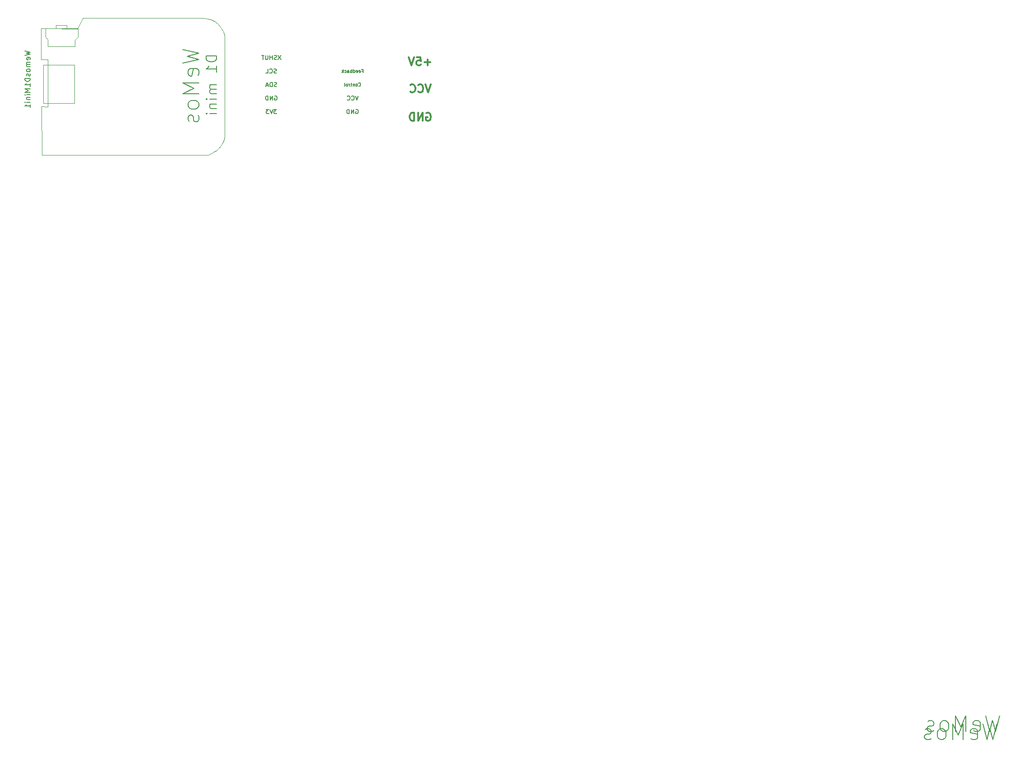
<source format=gbr>
%TF.GenerationSoftware,KiCad,Pcbnew,(5.0.2)-1*%
%TF.CreationDate,2021-02-04T11:14:55+01:00*%
%TF.ProjectId,radar_d1_mini_pcb,72616461-725f-4643-915f-6d696e695f70,rev?*%
%TF.SameCoordinates,Original*%
%TF.FileFunction,Legend,Bot*%
%TF.FilePolarity,Positive*%
%FSLAX46Y46*%
G04 Gerber Fmt 4.6, Leading zero omitted, Abs format (unit mm)*
G04 Created by KiCad (PCBNEW (5.0.2)-1) date 04/02/2021 11:14:55*
%MOMM*%
%LPD*%
G01*
G04 APERTURE LIST*
%ADD10C,0.150000*%
%ADD11C,0.200000*%
%ADD12C,0.300000*%
%ADD13C,0.100000*%
G04 APERTURE END LIST*
D10*
X130444761Y-122333428D02*
X128444761Y-122333428D01*
X128444761Y-122809619D01*
X128540000Y-123095333D01*
X128730476Y-123285809D01*
X128920952Y-123381047D01*
X129301904Y-123476285D01*
X129587619Y-123476285D01*
X129968571Y-123381047D01*
X130159047Y-123285809D01*
X130349523Y-123095333D01*
X130444761Y-122809619D01*
X130444761Y-122333428D01*
X130444761Y-125381047D02*
X130444761Y-124238190D01*
X130444761Y-124809619D02*
X128444761Y-124809619D01*
X128730476Y-124619142D01*
X128920952Y-124428666D01*
X129016190Y-124238190D01*
X130444761Y-127762000D02*
X129111428Y-127762000D01*
X129301904Y-127762000D02*
X129206666Y-127857238D01*
X129111428Y-128047714D01*
X129111428Y-128333428D01*
X129206666Y-128523904D01*
X129397142Y-128619142D01*
X130444761Y-128619142D01*
X129397142Y-128619142D02*
X129206666Y-128714380D01*
X129111428Y-128904857D01*
X129111428Y-129190571D01*
X129206666Y-129381047D01*
X129397142Y-129476285D01*
X130444761Y-129476285D01*
X130444761Y-130428666D02*
X129111428Y-130428666D01*
X128444761Y-130428666D02*
X128540000Y-130333428D01*
X128635238Y-130428666D01*
X128540000Y-130523904D01*
X128444761Y-130428666D01*
X128635238Y-130428666D01*
X129111428Y-131381047D02*
X130444761Y-131381047D01*
X129301904Y-131381047D02*
X129206666Y-131476285D01*
X129111428Y-131666761D01*
X129111428Y-131952476D01*
X129206666Y-132142952D01*
X129397142Y-132238190D01*
X130444761Y-132238190D01*
X130444761Y-133190571D02*
X129111428Y-133190571D01*
X128444761Y-133190571D02*
X128540000Y-133095333D01*
X128635238Y-133190571D01*
X128540000Y-133285809D01*
X128444761Y-133190571D01*
X128635238Y-133190571D01*
D11*
X142506476Y-122243904D02*
X141973142Y-123043904D01*
X141973142Y-122243904D02*
X142506476Y-123043904D01*
X141706476Y-123005809D02*
X141592190Y-123043904D01*
X141401714Y-123043904D01*
X141325523Y-123005809D01*
X141287428Y-122967714D01*
X141249333Y-122891523D01*
X141249333Y-122815333D01*
X141287428Y-122739142D01*
X141325523Y-122701047D01*
X141401714Y-122662952D01*
X141554095Y-122624857D01*
X141630285Y-122586761D01*
X141668380Y-122548666D01*
X141706476Y-122472476D01*
X141706476Y-122396285D01*
X141668380Y-122320095D01*
X141630285Y-122282000D01*
X141554095Y-122243904D01*
X141363619Y-122243904D01*
X141249333Y-122282000D01*
X140906476Y-123043904D02*
X140906476Y-122243904D01*
X140906476Y-122624857D02*
X140449333Y-122624857D01*
X140449333Y-123043904D02*
X140449333Y-122243904D01*
X140068380Y-122243904D02*
X140068380Y-122891523D01*
X140030285Y-122967714D01*
X139992190Y-123005809D01*
X139916000Y-123043904D01*
X139763619Y-123043904D01*
X139687428Y-123005809D01*
X139649333Y-122967714D01*
X139611238Y-122891523D01*
X139611238Y-122243904D01*
X139344571Y-122243904D02*
X138887428Y-122243904D01*
X139116000Y-123043904D02*
X139116000Y-122243904D01*
X141668380Y-125545809D02*
X141554095Y-125583904D01*
X141363619Y-125583904D01*
X141287428Y-125545809D01*
X141249333Y-125507714D01*
X141211238Y-125431523D01*
X141211238Y-125355333D01*
X141249333Y-125279142D01*
X141287428Y-125241047D01*
X141363619Y-125202952D01*
X141516000Y-125164857D01*
X141592190Y-125126761D01*
X141630285Y-125088666D01*
X141668380Y-125012476D01*
X141668380Y-124936285D01*
X141630285Y-124860095D01*
X141592190Y-124822000D01*
X141516000Y-124783904D01*
X141325523Y-124783904D01*
X141211238Y-124822000D01*
X140411238Y-125507714D02*
X140449333Y-125545809D01*
X140563619Y-125583904D01*
X140639809Y-125583904D01*
X140754095Y-125545809D01*
X140830285Y-125469619D01*
X140868380Y-125393428D01*
X140906476Y-125241047D01*
X140906476Y-125126761D01*
X140868380Y-124974380D01*
X140830285Y-124898190D01*
X140754095Y-124822000D01*
X140639809Y-124783904D01*
X140563619Y-124783904D01*
X140449333Y-124822000D01*
X140411238Y-124860095D01*
X139687428Y-125583904D02*
X140068380Y-125583904D01*
X140068380Y-124783904D01*
X141687428Y-128085809D02*
X141573142Y-128123904D01*
X141382666Y-128123904D01*
X141306476Y-128085809D01*
X141268380Y-128047714D01*
X141230285Y-127971523D01*
X141230285Y-127895333D01*
X141268380Y-127819142D01*
X141306476Y-127781047D01*
X141382666Y-127742952D01*
X141535047Y-127704857D01*
X141611238Y-127666761D01*
X141649333Y-127628666D01*
X141687428Y-127552476D01*
X141687428Y-127476285D01*
X141649333Y-127400095D01*
X141611238Y-127362000D01*
X141535047Y-127323904D01*
X141344571Y-127323904D01*
X141230285Y-127362000D01*
X140887428Y-128123904D02*
X140887428Y-127323904D01*
X140696952Y-127323904D01*
X140582666Y-127362000D01*
X140506476Y-127438190D01*
X140468380Y-127514380D01*
X140430285Y-127666761D01*
X140430285Y-127781047D01*
X140468380Y-127933428D01*
X140506476Y-128009619D01*
X140582666Y-128085809D01*
X140696952Y-128123904D01*
X140887428Y-128123904D01*
X140125523Y-127895333D02*
X139744571Y-127895333D01*
X140201714Y-128123904D02*
X139935047Y-127323904D01*
X139668380Y-128123904D01*
X141706476Y-132403904D02*
X141211238Y-132403904D01*
X141477904Y-132708666D01*
X141363619Y-132708666D01*
X141287428Y-132746761D01*
X141249333Y-132784857D01*
X141211238Y-132861047D01*
X141211238Y-133051523D01*
X141249333Y-133127714D01*
X141287428Y-133165809D01*
X141363619Y-133203904D01*
X141592190Y-133203904D01*
X141668380Y-133165809D01*
X141706476Y-133127714D01*
X140982666Y-132403904D02*
X140716000Y-133203904D01*
X140449333Y-132403904D01*
X140258857Y-132403904D02*
X139763619Y-132403904D01*
X140030285Y-132708666D01*
X139916000Y-132708666D01*
X139839809Y-132746761D01*
X139801714Y-132784857D01*
X139763619Y-132861047D01*
X139763619Y-133051523D01*
X139801714Y-133127714D01*
X139839809Y-133165809D01*
X139916000Y-133203904D01*
X140144571Y-133203904D01*
X140220761Y-133165809D01*
X140258857Y-133127714D01*
X141325523Y-129902000D02*
X141401714Y-129863904D01*
X141516000Y-129863904D01*
X141630285Y-129902000D01*
X141706476Y-129978190D01*
X141744571Y-130054380D01*
X141782666Y-130206761D01*
X141782666Y-130321047D01*
X141744571Y-130473428D01*
X141706476Y-130549619D01*
X141630285Y-130625809D01*
X141516000Y-130663904D01*
X141439809Y-130663904D01*
X141325523Y-130625809D01*
X141287428Y-130587714D01*
X141287428Y-130321047D01*
X141439809Y-130321047D01*
X140944571Y-130663904D02*
X140944571Y-129863904D01*
X140487428Y-130663904D01*
X140487428Y-129863904D01*
X140106476Y-130663904D02*
X140106476Y-129863904D01*
X139916000Y-129863904D01*
X139801714Y-129902000D01*
X139725523Y-129978190D01*
X139687428Y-130054380D01*
X139649333Y-130206761D01*
X139649333Y-130321047D01*
X139687428Y-130473428D01*
X139725523Y-130549619D01*
X139801714Y-130625809D01*
X139916000Y-130663904D01*
X140106476Y-130663904D01*
D10*
X157698857Y-125179142D02*
X157898857Y-125179142D01*
X157898857Y-125493428D02*
X157898857Y-124893428D01*
X157613142Y-124893428D01*
X157156000Y-125464857D02*
X157213142Y-125493428D01*
X157327428Y-125493428D01*
X157384571Y-125464857D01*
X157413142Y-125407714D01*
X157413142Y-125179142D01*
X157384571Y-125122000D01*
X157327428Y-125093428D01*
X157213142Y-125093428D01*
X157156000Y-125122000D01*
X157127428Y-125179142D01*
X157127428Y-125236285D01*
X157413142Y-125293428D01*
X156641714Y-125464857D02*
X156698857Y-125493428D01*
X156813142Y-125493428D01*
X156870285Y-125464857D01*
X156898857Y-125407714D01*
X156898857Y-125179142D01*
X156870285Y-125122000D01*
X156813142Y-125093428D01*
X156698857Y-125093428D01*
X156641714Y-125122000D01*
X156613142Y-125179142D01*
X156613142Y-125236285D01*
X156898857Y-125293428D01*
X156098857Y-125493428D02*
X156098857Y-124893428D01*
X156098857Y-125464857D02*
X156156000Y-125493428D01*
X156270285Y-125493428D01*
X156327428Y-125464857D01*
X156356000Y-125436285D01*
X156384571Y-125379142D01*
X156384571Y-125207714D01*
X156356000Y-125150571D01*
X156327428Y-125122000D01*
X156270285Y-125093428D01*
X156156000Y-125093428D01*
X156098857Y-125122000D01*
X155813142Y-125493428D02*
X155813142Y-124893428D01*
X155813142Y-125122000D02*
X155756000Y-125093428D01*
X155641714Y-125093428D01*
X155584571Y-125122000D01*
X155556000Y-125150571D01*
X155527428Y-125207714D01*
X155527428Y-125379142D01*
X155556000Y-125436285D01*
X155584571Y-125464857D01*
X155641714Y-125493428D01*
X155756000Y-125493428D01*
X155813142Y-125464857D01*
X155013142Y-125493428D02*
X155013142Y-125179142D01*
X155041714Y-125122000D01*
X155098857Y-125093428D01*
X155213142Y-125093428D01*
X155270285Y-125122000D01*
X155013142Y-125464857D02*
X155070285Y-125493428D01*
X155213142Y-125493428D01*
X155270285Y-125464857D01*
X155298857Y-125407714D01*
X155298857Y-125350571D01*
X155270285Y-125293428D01*
X155213142Y-125264857D01*
X155070285Y-125264857D01*
X155013142Y-125236285D01*
X154470285Y-125464857D02*
X154527428Y-125493428D01*
X154641714Y-125493428D01*
X154698857Y-125464857D01*
X154727428Y-125436285D01*
X154756000Y-125379142D01*
X154756000Y-125207714D01*
X154727428Y-125150571D01*
X154698857Y-125122000D01*
X154641714Y-125093428D01*
X154527428Y-125093428D01*
X154470285Y-125122000D01*
X154213142Y-125493428D02*
X154213142Y-124893428D01*
X154156000Y-125264857D02*
X153984571Y-125493428D01*
X153984571Y-125093428D02*
X154213142Y-125322000D01*
X157098857Y-127976285D02*
X157127428Y-128004857D01*
X157213142Y-128033428D01*
X157270285Y-128033428D01*
X157356000Y-128004857D01*
X157413142Y-127947714D01*
X157441714Y-127890571D01*
X157470285Y-127776285D01*
X157470285Y-127690571D01*
X157441714Y-127576285D01*
X157413142Y-127519142D01*
X157356000Y-127462000D01*
X157270285Y-127433428D01*
X157213142Y-127433428D01*
X157127428Y-127462000D01*
X157098857Y-127490571D01*
X156756000Y-128033428D02*
X156813142Y-128004857D01*
X156841714Y-127976285D01*
X156870285Y-127919142D01*
X156870285Y-127747714D01*
X156841714Y-127690571D01*
X156813142Y-127662000D01*
X156756000Y-127633428D01*
X156670285Y-127633428D01*
X156613142Y-127662000D01*
X156584571Y-127690571D01*
X156556000Y-127747714D01*
X156556000Y-127919142D01*
X156584571Y-127976285D01*
X156613142Y-128004857D01*
X156670285Y-128033428D01*
X156756000Y-128033428D01*
X156298857Y-127633428D02*
X156298857Y-128033428D01*
X156298857Y-127690571D02*
X156270285Y-127662000D01*
X156213142Y-127633428D01*
X156127428Y-127633428D01*
X156070285Y-127662000D01*
X156041714Y-127719142D01*
X156041714Y-128033428D01*
X155841714Y-127633428D02*
X155613142Y-127633428D01*
X155756000Y-127433428D02*
X155756000Y-127947714D01*
X155727428Y-128004857D01*
X155670285Y-128033428D01*
X155613142Y-128033428D01*
X155413142Y-128033428D02*
X155413142Y-127633428D01*
X155413142Y-127747714D02*
X155384571Y-127690571D01*
X155356000Y-127662000D01*
X155298857Y-127633428D01*
X155241714Y-127633428D01*
X154956000Y-128033428D02*
X155013142Y-128004857D01*
X155041714Y-127976285D01*
X155070285Y-127919142D01*
X155070285Y-127747714D01*
X155041714Y-127690571D01*
X155013142Y-127662000D01*
X154956000Y-127633428D01*
X154870285Y-127633428D01*
X154813142Y-127662000D01*
X154784571Y-127690571D01*
X154756000Y-127747714D01*
X154756000Y-127919142D01*
X154784571Y-127976285D01*
X154813142Y-128004857D01*
X154870285Y-128033428D01*
X154956000Y-128033428D01*
X154413142Y-128033428D02*
X154470285Y-128004857D01*
X154498857Y-127947714D01*
X154498857Y-127433428D01*
D11*
X157022666Y-129863904D02*
X156756000Y-130663904D01*
X156489333Y-129863904D01*
X155765523Y-130587714D02*
X155803619Y-130625809D01*
X155917904Y-130663904D01*
X155994095Y-130663904D01*
X156108380Y-130625809D01*
X156184571Y-130549619D01*
X156222666Y-130473428D01*
X156260761Y-130321047D01*
X156260761Y-130206761D01*
X156222666Y-130054380D01*
X156184571Y-129978190D01*
X156108380Y-129902000D01*
X155994095Y-129863904D01*
X155917904Y-129863904D01*
X155803619Y-129902000D01*
X155765523Y-129940095D01*
X154965523Y-130587714D02*
X155003619Y-130625809D01*
X155117904Y-130663904D01*
X155194095Y-130663904D01*
X155308380Y-130625809D01*
X155384571Y-130549619D01*
X155422666Y-130473428D01*
X155460761Y-130321047D01*
X155460761Y-130206761D01*
X155422666Y-130054380D01*
X155384571Y-129978190D01*
X155308380Y-129902000D01*
X155194095Y-129863904D01*
X155117904Y-129863904D01*
X155003619Y-129902000D01*
X154965523Y-129940095D01*
X156565523Y-132442000D02*
X156641714Y-132403904D01*
X156756000Y-132403904D01*
X156870285Y-132442000D01*
X156946476Y-132518190D01*
X156984571Y-132594380D01*
X157022666Y-132746761D01*
X157022666Y-132861047D01*
X156984571Y-133013428D01*
X156946476Y-133089619D01*
X156870285Y-133165809D01*
X156756000Y-133203904D01*
X156679809Y-133203904D01*
X156565523Y-133165809D01*
X156527428Y-133127714D01*
X156527428Y-132861047D01*
X156679809Y-132861047D01*
X156184571Y-133203904D02*
X156184571Y-132403904D01*
X155727428Y-133203904D01*
X155727428Y-132403904D01*
X155346476Y-133203904D02*
X155346476Y-132403904D01*
X155156000Y-132403904D01*
X155041714Y-132442000D01*
X154965523Y-132518190D01*
X154927428Y-132594380D01*
X154889333Y-132746761D01*
X154889333Y-132861047D01*
X154927428Y-133013428D01*
X154965523Y-133089619D01*
X155041714Y-133165809D01*
X155156000Y-133203904D01*
X155346476Y-133203904D01*
D12*
X170584571Y-123551142D02*
X169441714Y-123551142D01*
X170013142Y-124122571D02*
X170013142Y-122979714D01*
X168013142Y-122622571D02*
X168727428Y-122622571D01*
X168798857Y-123336857D01*
X168727428Y-123265428D01*
X168584571Y-123194000D01*
X168227428Y-123194000D01*
X168084571Y-123265428D01*
X168013142Y-123336857D01*
X167941714Y-123479714D01*
X167941714Y-123836857D01*
X168013142Y-123979714D01*
X168084571Y-124051142D01*
X168227428Y-124122571D01*
X168584571Y-124122571D01*
X168727428Y-124051142D01*
X168798857Y-123979714D01*
X167513142Y-122622571D02*
X167013142Y-124122571D01*
X166513142Y-122622571D01*
X170656000Y-127702571D02*
X170156000Y-129202571D01*
X169656000Y-127702571D01*
X168298857Y-129059714D02*
X168370285Y-129131142D01*
X168584571Y-129202571D01*
X168727428Y-129202571D01*
X168941714Y-129131142D01*
X169084571Y-128988285D01*
X169156000Y-128845428D01*
X169227428Y-128559714D01*
X169227428Y-128345428D01*
X169156000Y-128059714D01*
X169084571Y-127916857D01*
X168941714Y-127774000D01*
X168727428Y-127702571D01*
X168584571Y-127702571D01*
X168370285Y-127774000D01*
X168298857Y-127845428D01*
X166798857Y-129059714D02*
X166870285Y-129131142D01*
X167084571Y-129202571D01*
X167227428Y-129202571D01*
X167441714Y-129131142D01*
X167584571Y-128988285D01*
X167656000Y-128845428D01*
X167727428Y-128559714D01*
X167727428Y-128345428D01*
X167656000Y-128059714D01*
X167584571Y-127916857D01*
X167441714Y-127774000D01*
X167227428Y-127702571D01*
X167084571Y-127702571D01*
X166870285Y-127774000D01*
X166798857Y-127845428D01*
X169798857Y-133108000D02*
X169941714Y-133036571D01*
X170156000Y-133036571D01*
X170370285Y-133108000D01*
X170513142Y-133250857D01*
X170584571Y-133393714D01*
X170656000Y-133679428D01*
X170656000Y-133893714D01*
X170584571Y-134179428D01*
X170513142Y-134322285D01*
X170370285Y-134465142D01*
X170156000Y-134536571D01*
X170013142Y-134536571D01*
X169798857Y-134465142D01*
X169727428Y-134393714D01*
X169727428Y-133893714D01*
X170013142Y-133893714D01*
X169084571Y-134536571D02*
X169084571Y-133036571D01*
X168227428Y-134536571D01*
X168227428Y-133036571D01*
X167513142Y-134536571D02*
X167513142Y-133036571D01*
X167156000Y-133036571D01*
X166941714Y-133108000D01*
X166798857Y-133250857D01*
X166727428Y-133393714D01*
X166656000Y-133679428D01*
X166656000Y-133893714D01*
X166727428Y-134179428D01*
X166798857Y-134322285D01*
X166941714Y-134465142D01*
X167156000Y-134536571D01*
X167513142Y-134536571D01*
D13*
X97514772Y-117198528D02*
X97514772Y-123009820D01*
X97514772Y-123009820D02*
X98798205Y-123036151D01*
X98798205Y-123036151D02*
X98791517Y-131867373D01*
X98791517Y-131867373D02*
X97589264Y-131865397D01*
X97589264Y-131865397D02*
X97615342Y-140946193D01*
X97615342Y-140946193D02*
X128785493Y-140932195D01*
X128785493Y-140932195D02*
X129388286Y-140699384D01*
X129388286Y-140699384D02*
X129933167Y-140415901D01*
X129933167Y-140415901D02*
X130419577Y-140081253D01*
X130419577Y-140081253D02*
X130846952Y-139694953D01*
X130846952Y-139694953D02*
X131214741Y-139256512D01*
X131214741Y-139256512D02*
X131522377Y-138765440D01*
X131522377Y-138765440D02*
X131769310Y-138221250D01*
X131769310Y-138221250D02*
X131954976Y-137623453D01*
X131954976Y-137623453D02*
X131983734Y-118585540D01*
X131983734Y-118585540D02*
X131749741Y-117966176D01*
X131749741Y-117966176D02*
X131465258Y-117377982D01*
X131465258Y-117377982D02*
X131115743Y-116834555D01*
X131115743Y-116834555D02*
X130686658Y-116349497D01*
X130686658Y-116349497D02*
X130163460Y-115936405D01*
X130163460Y-115936405D02*
X129531613Y-115608878D01*
X129531613Y-115608878D02*
X128776575Y-115380518D01*
X128776575Y-115380518D02*
X127883807Y-115264922D01*
X127883807Y-115264922D02*
X105328715Y-115239974D01*
X105328715Y-115239974D02*
X104367819Y-117183520D01*
X104367819Y-117183520D02*
X97559476Y-117213314D01*
X103740549Y-131195650D02*
X103740549Y-124056069D01*
X103740549Y-124056069D02*
X97926812Y-124056069D01*
X97926812Y-124056069D02*
X97926812Y-131195650D01*
X97926812Y-131195650D02*
X103740549Y-131195650D01*
X104389651Y-117272400D02*
X104389651Y-118824622D01*
X104389651Y-118824622D02*
X103860485Y-119353789D01*
X103860485Y-119353789D02*
X103860485Y-120606150D01*
X103860485Y-120606150D02*
X98798124Y-120606150D01*
X98798124Y-120606150D02*
X98798124Y-119318511D01*
X98798124Y-119318511D02*
X98304235Y-118789344D01*
X98304235Y-118789344D02*
X98304235Y-117219483D01*
X98304235Y-117219483D02*
X104389651Y-117272400D01*
X102308262Y-117237122D02*
X102308262Y-116584483D01*
X102308262Y-116584483D02*
X100315068Y-116584483D01*
X100315068Y-116584483D02*
X100315068Y-117201844D01*
D10*
X276859142Y-247785142D02*
X276144857Y-250785142D01*
X275573428Y-248642285D01*
X275002000Y-250785142D01*
X274287714Y-247785142D01*
X272002000Y-250642285D02*
X272287714Y-250785142D01*
X272859142Y-250785142D01*
X273144857Y-250642285D01*
X273287714Y-250356571D01*
X273287714Y-249213714D01*
X273144857Y-248928000D01*
X272859142Y-248785142D01*
X272287714Y-248785142D01*
X272002000Y-248928000D01*
X271859142Y-249213714D01*
X271859142Y-249499428D01*
X273287714Y-249785142D01*
X270573428Y-250785142D02*
X270573428Y-247785142D01*
X269573428Y-249928000D01*
X268573428Y-247785142D01*
X268573428Y-250785142D01*
X266716285Y-250785142D02*
X267002000Y-250642285D01*
X267144857Y-250499428D01*
X267287714Y-250213714D01*
X267287714Y-249356571D01*
X267144857Y-249070857D01*
X267002000Y-248928000D01*
X266716285Y-248785142D01*
X266287714Y-248785142D01*
X266002000Y-248928000D01*
X265859142Y-249070857D01*
X265716285Y-249356571D01*
X265716285Y-250213714D01*
X265859142Y-250499428D01*
X266002000Y-250642285D01*
X266287714Y-250785142D01*
X266716285Y-250785142D01*
X264573428Y-250642285D02*
X264287714Y-250785142D01*
X263716285Y-250785142D01*
X263430571Y-250642285D01*
X263287714Y-250356571D01*
X263287714Y-250213714D01*
X263430571Y-249928000D01*
X263716285Y-249785142D01*
X264144857Y-249785142D01*
X264430571Y-249642285D01*
X264573428Y-249356571D01*
X264573428Y-249213714D01*
X264430571Y-248928000D01*
X264144857Y-248785142D01*
X263716285Y-248785142D01*
X263430571Y-248928000D01*
X277367142Y-246261142D02*
X276652857Y-249261142D01*
X276081428Y-247118285D01*
X275510000Y-249261142D01*
X274795714Y-246261142D01*
X272510000Y-249118285D02*
X272795714Y-249261142D01*
X273367142Y-249261142D01*
X273652857Y-249118285D01*
X273795714Y-248832571D01*
X273795714Y-247689714D01*
X273652857Y-247404000D01*
X273367142Y-247261142D01*
X272795714Y-247261142D01*
X272510000Y-247404000D01*
X272367142Y-247689714D01*
X272367142Y-247975428D01*
X273795714Y-248261142D01*
X271081428Y-249261142D02*
X271081428Y-246261142D01*
X270081428Y-248404000D01*
X269081428Y-246261142D01*
X269081428Y-249261142D01*
X267224285Y-249261142D02*
X267510000Y-249118285D01*
X267652857Y-248975428D01*
X267795714Y-248689714D01*
X267795714Y-247832571D01*
X267652857Y-247546857D01*
X267510000Y-247404000D01*
X267224285Y-247261142D01*
X266795714Y-247261142D01*
X266510000Y-247404000D01*
X266367142Y-247546857D01*
X266224285Y-247832571D01*
X266224285Y-248689714D01*
X266367142Y-248975428D01*
X266510000Y-249118285D01*
X266795714Y-249261142D01*
X267224285Y-249261142D01*
X265081428Y-249118285D02*
X264795714Y-249261142D01*
X264224285Y-249261142D01*
X263938571Y-249118285D01*
X263795714Y-248832571D01*
X263795714Y-248689714D01*
X263938571Y-248404000D01*
X264224285Y-248261142D01*
X264652857Y-248261142D01*
X264938571Y-248118285D01*
X265081428Y-247832571D01*
X265081428Y-247689714D01*
X264938571Y-247404000D01*
X264652857Y-247261142D01*
X264224285Y-247261142D01*
X263938571Y-247404000D01*
X94434380Y-121412666D02*
X95434380Y-121650761D01*
X94720095Y-121841238D01*
X95434380Y-122031714D01*
X94434380Y-122269809D01*
X95386761Y-123031714D02*
X95434380Y-122936476D01*
X95434380Y-122746000D01*
X95386761Y-122650761D01*
X95291523Y-122603142D01*
X94910571Y-122603142D01*
X94815333Y-122650761D01*
X94767714Y-122746000D01*
X94767714Y-122936476D01*
X94815333Y-123031714D01*
X94910571Y-123079333D01*
X95005809Y-123079333D01*
X95101047Y-122603142D01*
X95434380Y-123507904D02*
X94767714Y-123507904D01*
X94862952Y-123507904D02*
X94815333Y-123555523D01*
X94767714Y-123650761D01*
X94767714Y-123793619D01*
X94815333Y-123888857D01*
X94910571Y-123936476D01*
X95434380Y-123936476D01*
X94910571Y-123936476D02*
X94815333Y-123984095D01*
X94767714Y-124079333D01*
X94767714Y-124222190D01*
X94815333Y-124317428D01*
X94910571Y-124365047D01*
X95434380Y-124365047D01*
X95434380Y-124984095D02*
X95386761Y-124888857D01*
X95339142Y-124841238D01*
X95243904Y-124793619D01*
X94958190Y-124793619D01*
X94862952Y-124841238D01*
X94815333Y-124888857D01*
X94767714Y-124984095D01*
X94767714Y-125126952D01*
X94815333Y-125222190D01*
X94862952Y-125269809D01*
X94958190Y-125317428D01*
X95243904Y-125317428D01*
X95339142Y-125269809D01*
X95386761Y-125222190D01*
X95434380Y-125126952D01*
X95434380Y-124984095D01*
X95386761Y-125698380D02*
X95434380Y-125793619D01*
X95434380Y-125984095D01*
X95386761Y-126079333D01*
X95291523Y-126126952D01*
X95243904Y-126126952D01*
X95148666Y-126079333D01*
X95101047Y-125984095D01*
X95101047Y-125841238D01*
X95053428Y-125746000D01*
X94958190Y-125698380D01*
X94910571Y-125698380D01*
X94815333Y-125746000D01*
X94767714Y-125841238D01*
X94767714Y-125984095D01*
X94815333Y-126079333D01*
X95434380Y-126555523D02*
X94434380Y-126555523D01*
X94434380Y-126793619D01*
X94482000Y-126936476D01*
X94577238Y-127031714D01*
X94672476Y-127079333D01*
X94862952Y-127126952D01*
X95005809Y-127126952D01*
X95196285Y-127079333D01*
X95291523Y-127031714D01*
X95386761Y-126936476D01*
X95434380Y-126793619D01*
X95434380Y-126555523D01*
X95434380Y-128079333D02*
X95434380Y-127507904D01*
X95434380Y-127793619D02*
X94434380Y-127793619D01*
X94577238Y-127698380D01*
X94672476Y-127603142D01*
X94720095Y-127507904D01*
X95434380Y-128507904D02*
X94434380Y-128507904D01*
X95148666Y-128841238D01*
X94434380Y-129174571D01*
X95434380Y-129174571D01*
X95434380Y-129650761D02*
X94767714Y-129650761D01*
X94434380Y-129650761D02*
X94482000Y-129603142D01*
X94529619Y-129650761D01*
X94482000Y-129698380D01*
X94434380Y-129650761D01*
X94529619Y-129650761D01*
X94767714Y-130126952D02*
X95434380Y-130126952D01*
X94862952Y-130126952D02*
X94815333Y-130174571D01*
X94767714Y-130269809D01*
X94767714Y-130412666D01*
X94815333Y-130507904D01*
X94910571Y-130555523D01*
X95434380Y-130555523D01*
X95434380Y-131031714D02*
X94767714Y-131031714D01*
X94434380Y-131031714D02*
X94482000Y-130984095D01*
X94529619Y-131031714D01*
X94482000Y-131079333D01*
X94434380Y-131031714D01*
X94529619Y-131031714D01*
X95434380Y-132031714D02*
X95434380Y-131460285D01*
X95434380Y-131746000D02*
X94434380Y-131746000D01*
X94577238Y-131650761D01*
X94672476Y-131555523D01*
X94720095Y-131460285D01*
X124087142Y-121158857D02*
X127087142Y-121873142D01*
X124944285Y-122444571D01*
X127087142Y-123016000D01*
X124087142Y-123730285D01*
X126944285Y-126016000D02*
X127087142Y-125730285D01*
X127087142Y-125158857D01*
X126944285Y-124873142D01*
X126658571Y-124730285D01*
X125515714Y-124730285D01*
X125230000Y-124873142D01*
X125087142Y-125158857D01*
X125087142Y-125730285D01*
X125230000Y-126016000D01*
X125515714Y-126158857D01*
X125801428Y-126158857D01*
X126087142Y-124730285D01*
X127087142Y-127444571D02*
X124087142Y-127444571D01*
X126230000Y-128444571D01*
X124087142Y-129444571D01*
X127087142Y-129444571D01*
X127087142Y-131301714D02*
X126944285Y-131016000D01*
X126801428Y-130873142D01*
X126515714Y-130730285D01*
X125658571Y-130730285D01*
X125372857Y-130873142D01*
X125230000Y-131016000D01*
X125087142Y-131301714D01*
X125087142Y-131730285D01*
X125230000Y-132016000D01*
X125372857Y-132158857D01*
X125658571Y-132301714D01*
X126515714Y-132301714D01*
X126801428Y-132158857D01*
X126944285Y-132016000D01*
X127087142Y-131730285D01*
X127087142Y-131301714D01*
X126944285Y-133444571D02*
X127087142Y-133730285D01*
X127087142Y-134301714D01*
X126944285Y-134587428D01*
X126658571Y-134730285D01*
X126515714Y-134730285D01*
X126230000Y-134587428D01*
X126087142Y-134301714D01*
X126087142Y-133873142D01*
X125944285Y-133587428D01*
X125658571Y-133444571D01*
X125515714Y-133444571D01*
X125230000Y-133587428D01*
X125087142Y-133873142D01*
X125087142Y-134301714D01*
X125230000Y-134587428D01*
M02*

</source>
